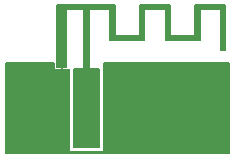
<source format=gbr>
G04 #@! TF.FileFunction,Copper,L1,Top,Signal*
%FSLAX46Y46*%
G04 Gerber Fmt 4.6, Leading zero omitted, Abs format (unit mm)*
G04 Created by KiCad (PCBNEW 4.0.5) date 02/24/17 14:00:16*
%MOMM*%
%LPD*%
G01*
G04 APERTURE LIST*
%ADD10C,0.025400*%
%ADD11R,2.290000X5.080000*%
%ADD12R,2.420000X5.080000*%
%ADD13C,0.970000*%
%ADD14R,0.460000X0.890000*%
%ADD15C,0.304800*%
%ADD16C,0.127000*%
G04 APERTURE END LIST*
D10*
D11*
X6858000Y3042500D03*
D12*
X2478000Y3042500D03*
X11238000Y3042500D03*
D13*
X2478000Y6482500D03*
X11238000Y6482500D03*
D14*
X2478000Y6032500D03*
X11238000Y6032500D03*
D15*
X18478500Y7378700D03*
X17589500Y7378700D03*
X16700500Y7378700D03*
X15811500Y7378700D03*
X14922500Y7378700D03*
X14033500Y7378700D03*
X13144500Y7378700D03*
X12255500Y7378700D03*
X11366500Y7378700D03*
X10477500Y7378700D03*
X9588500Y7378700D03*
X8699500Y6489700D03*
X8699500Y7378700D03*
X4762500Y7569200D03*
D16*
X9258300Y12661900D02*
X4381500Y12661900D01*
X13931900Y12661900D02*
X11366500Y12661900D01*
X18605500Y12661900D02*
X16040100Y12661900D01*
X9258300Y12585700D02*
X4381500Y12585700D01*
X13931900Y12585700D02*
X11366500Y12585700D01*
X18605500Y12585700D02*
X16040100Y12585700D01*
X9258300Y12509500D02*
X4381500Y12509500D01*
X13931900Y12509500D02*
X11366500Y12509500D01*
X18605500Y12509500D02*
X16040100Y12509500D01*
X9258300Y12433300D02*
X4381500Y12433300D01*
X13931900Y12433300D02*
X11366500Y12433300D01*
X18605500Y12433300D02*
X16040100Y12433300D01*
X9258300Y12357100D02*
X4381500Y12357100D01*
X13931900Y12357100D02*
X11366500Y12357100D01*
X18605500Y12357100D02*
X16040100Y12357100D01*
X5207000Y12280900D02*
X4381500Y12280900D01*
X7112000Y12280900D02*
X6604000Y12280900D01*
X9258300Y12280900D02*
X8813800Y12280900D01*
X11811000Y12280900D02*
X11366500Y12280900D01*
X13931900Y12280900D02*
X13487400Y12280900D01*
X16484600Y12280900D02*
X16040100Y12280900D01*
X18605500Y12280900D02*
X18161000Y12280900D01*
X5143500Y12204700D02*
X4381500Y12204700D01*
X7048500Y12204700D02*
X6667500Y12204700D01*
X9258300Y12204700D02*
X8877300Y12204700D01*
X11747500Y12204700D02*
X11366500Y12204700D01*
X13931900Y12204700D02*
X13550900Y12204700D01*
X16421100Y12204700D02*
X16040100Y12204700D01*
X18605500Y12204700D02*
X18224500Y12204700D01*
X5143500Y12128500D02*
X4381500Y12128500D01*
X7048500Y12128500D02*
X6667500Y12128500D01*
X9258300Y12128500D02*
X8877300Y12128500D01*
X11747500Y12128500D02*
X11366500Y12128500D01*
X13931900Y12128500D02*
X13550900Y12128500D01*
X16421100Y12128500D02*
X16040100Y12128500D01*
X18605500Y12128500D02*
X18224500Y12128500D01*
X5143500Y12052300D02*
X4381500Y12052300D01*
X7048500Y12052300D02*
X6667500Y12052300D01*
X9258300Y12052300D02*
X8877300Y12052300D01*
X11747500Y12052300D02*
X11366500Y12052300D01*
X13931900Y12052300D02*
X13550900Y12052300D01*
X16421100Y12052300D02*
X16040100Y12052300D01*
X18605500Y12052300D02*
X18224500Y12052300D01*
X5143500Y11976100D02*
X4381500Y11976100D01*
X7048500Y11976100D02*
X6667500Y11976100D01*
X9258300Y11976100D02*
X8877300Y11976100D01*
X11747500Y11976100D02*
X11366500Y11976100D01*
X13931900Y11976100D02*
X13550900Y11976100D01*
X16421100Y11976100D02*
X16040100Y11976100D01*
X18605500Y11976100D02*
X18224500Y11976100D01*
X5143500Y11899900D02*
X4381500Y11899900D01*
X7048500Y11899900D02*
X6667500Y11899900D01*
X9258300Y11899900D02*
X8877300Y11899900D01*
X11747500Y11899900D02*
X11366500Y11899900D01*
X13931900Y11899900D02*
X13550900Y11899900D01*
X16421100Y11899900D02*
X16040100Y11899900D01*
X18605500Y11899900D02*
X18224500Y11899900D01*
X5143500Y11823700D02*
X4381500Y11823700D01*
X7048500Y11823700D02*
X6667500Y11823700D01*
X9258300Y11823700D02*
X8877300Y11823700D01*
X11747500Y11823700D02*
X11366500Y11823700D01*
X13931900Y11823700D02*
X13550900Y11823700D01*
X16421100Y11823700D02*
X16040100Y11823700D01*
X18605500Y11823700D02*
X18224500Y11823700D01*
X5143500Y11747500D02*
X4381500Y11747500D01*
X7048500Y11747500D02*
X6667500Y11747500D01*
X9258300Y11747500D02*
X8877300Y11747500D01*
X11747500Y11747500D02*
X11366500Y11747500D01*
X13931900Y11747500D02*
X13550900Y11747500D01*
X16421100Y11747500D02*
X16040100Y11747500D01*
X18605500Y11747500D02*
X18224500Y11747500D01*
X5143500Y11671300D02*
X4381500Y11671300D01*
X7048500Y11671300D02*
X6667500Y11671300D01*
X9258300Y11671300D02*
X8877300Y11671300D01*
X11747500Y11671300D02*
X11366500Y11671300D01*
X13931900Y11671300D02*
X13550900Y11671300D01*
X16421100Y11671300D02*
X16040100Y11671300D01*
X18605500Y11671300D02*
X18224500Y11671300D01*
X5143500Y11595100D02*
X4381500Y11595100D01*
X7048500Y11595100D02*
X6667500Y11595100D01*
X9258300Y11595100D02*
X8877300Y11595100D01*
X11747500Y11595100D02*
X11366500Y11595100D01*
X13931900Y11595100D02*
X13550900Y11595100D01*
X16421100Y11595100D02*
X16040100Y11595100D01*
X18605500Y11595100D02*
X18224500Y11595100D01*
X5143500Y11518900D02*
X4381500Y11518900D01*
X7048500Y11518900D02*
X6667500Y11518900D01*
X9258300Y11518900D02*
X8877300Y11518900D01*
X11747500Y11518900D02*
X11366500Y11518900D01*
X13931900Y11518900D02*
X13550900Y11518900D01*
X16421100Y11518900D02*
X16040100Y11518900D01*
X18605500Y11518900D02*
X18224500Y11518900D01*
X5143500Y11442700D02*
X4381500Y11442700D01*
X7048500Y11442700D02*
X6667500Y11442700D01*
X9258300Y11442700D02*
X8877300Y11442700D01*
X11747500Y11442700D02*
X11366500Y11442700D01*
X13931900Y11442700D02*
X13550900Y11442700D01*
X16421100Y11442700D02*
X16040100Y11442700D01*
X18605500Y11442700D02*
X18224500Y11442700D01*
X5143500Y11366500D02*
X4381500Y11366500D01*
X7048500Y11366500D02*
X6667500Y11366500D01*
X9258300Y11366500D02*
X8877300Y11366500D01*
X11747500Y11366500D02*
X11366500Y11366500D01*
X13931900Y11366500D02*
X13550900Y11366500D01*
X16421100Y11366500D02*
X16040100Y11366500D01*
X18605500Y11366500D02*
X18224500Y11366500D01*
X5143500Y11290300D02*
X4381500Y11290300D01*
X7048500Y11290300D02*
X6667500Y11290300D01*
X9258300Y11290300D02*
X8877300Y11290300D01*
X11747500Y11290300D02*
X11366500Y11290300D01*
X13931900Y11290300D02*
X13550900Y11290300D01*
X16421100Y11290300D02*
X16040100Y11290300D01*
X18605500Y11290300D02*
X18224500Y11290300D01*
X5143500Y11214100D02*
X4381500Y11214100D01*
X7048500Y11214100D02*
X6667500Y11214100D01*
X9258300Y11214100D02*
X8877300Y11214100D01*
X11747500Y11214100D02*
X11366500Y11214100D01*
X13931900Y11214100D02*
X13550900Y11214100D01*
X16421100Y11214100D02*
X16040100Y11214100D01*
X18605500Y11214100D02*
X18224500Y11214100D01*
X5143500Y11137900D02*
X4381500Y11137900D01*
X7048500Y11137900D02*
X6667500Y11137900D01*
X9258300Y11137900D02*
X8877300Y11137900D01*
X11747500Y11137900D02*
X11366500Y11137900D01*
X13931900Y11137900D02*
X13550900Y11137900D01*
X16421100Y11137900D02*
X16040100Y11137900D01*
X18605500Y11137900D02*
X18224500Y11137900D01*
X5143500Y11061700D02*
X4381500Y11061700D01*
X7048500Y11061700D02*
X6667500Y11061700D01*
X9258300Y11061700D02*
X8877300Y11061700D01*
X11747500Y11061700D02*
X11366500Y11061700D01*
X13931900Y11061700D02*
X13550900Y11061700D01*
X16421100Y11061700D02*
X16040100Y11061700D01*
X18605500Y11061700D02*
X18224500Y11061700D01*
X5143500Y10985500D02*
X4381500Y10985500D01*
X7048500Y10985500D02*
X6667500Y10985500D01*
X9258300Y10985500D02*
X8877300Y10985500D01*
X11747500Y10985500D02*
X11366500Y10985500D01*
X13931900Y10985500D02*
X13550900Y10985500D01*
X16421100Y10985500D02*
X16040100Y10985500D01*
X18605500Y10985500D02*
X18224500Y10985500D01*
X5143500Y10909300D02*
X4381500Y10909300D01*
X7048500Y10909300D02*
X6667500Y10909300D01*
X9258300Y10909300D02*
X8877300Y10909300D01*
X11747500Y10909300D02*
X11366500Y10909300D01*
X13931900Y10909300D02*
X13550900Y10909300D01*
X16421100Y10909300D02*
X16040100Y10909300D01*
X18605500Y10909300D02*
X18224500Y10909300D01*
X5143500Y10833100D02*
X4381500Y10833100D01*
X7048500Y10833100D02*
X6667500Y10833100D01*
X9258300Y10833100D02*
X8877300Y10833100D01*
X11747500Y10833100D02*
X11366500Y10833100D01*
X13931900Y10833100D02*
X13550900Y10833100D01*
X16421100Y10833100D02*
X16040100Y10833100D01*
X18605500Y10833100D02*
X18224500Y10833100D01*
X5143500Y10756900D02*
X4381500Y10756900D01*
X7048500Y10756900D02*
X6667500Y10756900D01*
X9258300Y10756900D02*
X8877300Y10756900D01*
X11747500Y10756900D02*
X11366500Y10756900D01*
X13931900Y10756900D02*
X13550900Y10756900D01*
X16421100Y10756900D02*
X16040100Y10756900D01*
X18605500Y10756900D02*
X18224500Y10756900D01*
X5143500Y10680700D02*
X4381500Y10680700D01*
X7048500Y10680700D02*
X6667500Y10680700D01*
X9258300Y10680700D02*
X8877300Y10680700D01*
X11747500Y10680700D02*
X11366500Y10680700D01*
X13931900Y10680700D02*
X13550900Y10680700D01*
X16421100Y10680700D02*
X16040100Y10680700D01*
X18605500Y10680700D02*
X18224500Y10680700D01*
X5143500Y10604500D02*
X4381500Y10604500D01*
X7048500Y10604500D02*
X6667500Y10604500D01*
X9258300Y10604500D02*
X8877300Y10604500D01*
X11747500Y10604500D02*
X11366500Y10604500D01*
X13931900Y10604500D02*
X13550900Y10604500D01*
X16421100Y10604500D02*
X16040100Y10604500D01*
X18605500Y10604500D02*
X18224500Y10604500D01*
X5143500Y10528300D02*
X4381500Y10528300D01*
X7048500Y10528300D02*
X6667500Y10528300D01*
X9258300Y10528300D02*
X8877300Y10528300D01*
X11747500Y10528300D02*
X11366500Y10528300D01*
X13931900Y10528300D02*
X13550900Y10528300D01*
X16421100Y10528300D02*
X16040100Y10528300D01*
X18605500Y10528300D02*
X18224500Y10528300D01*
X5143500Y10452100D02*
X4381500Y10452100D01*
X7048500Y10452100D02*
X6667500Y10452100D01*
X9258300Y10452100D02*
X8877300Y10452100D01*
X11747500Y10452100D02*
X11366500Y10452100D01*
X13931900Y10452100D02*
X13550900Y10452100D01*
X16421100Y10452100D02*
X16040100Y10452100D01*
X18605500Y10452100D02*
X18224500Y10452100D01*
X5143500Y10375900D02*
X4381500Y10375900D01*
X7048500Y10375900D02*
X6667500Y10375900D01*
X9258300Y10375900D02*
X8877300Y10375900D01*
X11747500Y10375900D02*
X11366500Y10375900D01*
X13931900Y10375900D02*
X13550900Y10375900D01*
X16421100Y10375900D02*
X16040100Y10375900D01*
X18605500Y10375900D02*
X18224500Y10375900D01*
X5143500Y10299700D02*
X4381500Y10299700D01*
X7048500Y10299700D02*
X6667500Y10299700D01*
X9258300Y10299700D02*
X8877300Y10299700D01*
X11747500Y10299700D02*
X11366500Y10299700D01*
X13931900Y10299700D02*
X13550900Y10299700D01*
X16421100Y10299700D02*
X16040100Y10299700D01*
X18605500Y10299700D02*
X18224500Y10299700D01*
X5143500Y10223500D02*
X4381500Y10223500D01*
X7048500Y10223500D02*
X6667500Y10223500D01*
X9258300Y10223500D02*
X8877300Y10223500D01*
X11747500Y10223500D02*
X11366500Y10223500D01*
X13931900Y10223500D02*
X13550900Y10223500D01*
X16421100Y10223500D02*
X16040100Y10223500D01*
X18605500Y10223500D02*
X18224500Y10223500D01*
X5143500Y10147300D02*
X4381500Y10147300D01*
X7048500Y10147300D02*
X6667500Y10147300D01*
X9258300Y10147300D02*
X8877300Y10147300D01*
X11747500Y10147300D02*
X11366500Y10147300D01*
X13931900Y10147300D02*
X13550900Y10147300D01*
X16421100Y10147300D02*
X16040100Y10147300D01*
X18605500Y10147300D02*
X18224500Y10147300D01*
X5143500Y10071100D02*
X4381500Y10071100D01*
X7048500Y10071100D02*
X6667500Y10071100D01*
X9260871Y10071100D02*
X8877300Y10071100D01*
X11747500Y10071100D02*
X11364110Y10071100D01*
X13934471Y10071100D02*
X13550900Y10071100D01*
X16421100Y10071100D02*
X16037710Y10071100D01*
X18605500Y10071100D02*
X18224500Y10071100D01*
X5143500Y9994900D02*
X4381500Y9994900D01*
X7048500Y9994900D02*
X6667500Y9994900D01*
X11747500Y9994900D02*
X8877300Y9994900D01*
X16421100Y9994900D02*
X13550900Y9994900D01*
X18605500Y9994900D02*
X18224500Y9994900D01*
X5143500Y9918700D02*
X4381500Y9918700D01*
X7048500Y9918700D02*
X6667500Y9918700D01*
X11747500Y9918700D02*
X8877300Y9918700D01*
X16421100Y9918700D02*
X13550900Y9918700D01*
X18605500Y9918700D02*
X18224500Y9918700D01*
X5143500Y9842500D02*
X4381500Y9842500D01*
X7048500Y9842500D02*
X6667500Y9842500D01*
X11747500Y9842500D02*
X8877300Y9842500D01*
X16421100Y9842500D02*
X13550900Y9842500D01*
X18605500Y9842500D02*
X18224500Y9842500D01*
X5143500Y9766300D02*
X4381500Y9766300D01*
X7048500Y9766300D02*
X6667500Y9766300D01*
X11747500Y9766300D02*
X8877300Y9766300D01*
X16421100Y9766300D02*
X13550900Y9766300D01*
X18605500Y9766300D02*
X18224500Y9766300D01*
X5143500Y9690100D02*
X4381500Y9690100D01*
X7048500Y9690100D02*
X6667500Y9690100D01*
X11747500Y9690100D02*
X8877300Y9690100D01*
X16421100Y9690100D02*
X13550900Y9690100D01*
X18605500Y9690100D02*
X18224500Y9690100D01*
X5143500Y9613900D02*
X4381500Y9613900D01*
X7048500Y9613900D02*
X6667500Y9613900D01*
X18605500Y9613900D02*
X18224500Y9613900D01*
X5143500Y9537700D02*
X4381500Y9537700D01*
X7048500Y9537700D02*
X6667500Y9537700D01*
X18605500Y9537700D02*
X18224500Y9537700D01*
X5143500Y9461500D02*
X4381500Y9461500D01*
X7048500Y9461500D02*
X6667500Y9461500D01*
X18605500Y9461500D02*
X18224500Y9461500D01*
X5143500Y9385300D02*
X4381500Y9385300D01*
X7048500Y9385300D02*
X6667500Y9385300D01*
X18605500Y9385300D02*
X18224500Y9385300D01*
X5143500Y9309100D02*
X4381500Y9309100D01*
X7048500Y9309100D02*
X6667500Y9309100D01*
X18605500Y9309100D02*
X18224500Y9309100D01*
X5143500Y9232900D02*
X4381500Y9232900D01*
X7048500Y9232900D02*
X6667500Y9232900D01*
X18605500Y9232900D02*
X18224500Y9232900D01*
X5143500Y9156700D02*
X4381500Y9156700D01*
X7048500Y9156700D02*
X6667500Y9156700D01*
X18605500Y9156700D02*
X18224500Y9156700D01*
X5143500Y9080500D02*
X4381500Y9080500D01*
X7048500Y9080500D02*
X6667500Y9080500D01*
X18605500Y9080500D02*
X18224500Y9080500D01*
X5143500Y9004300D02*
X4381500Y9004300D01*
X7048500Y9004300D02*
X6667500Y9004300D01*
X18605500Y9004300D02*
X18224500Y9004300D01*
X5143500Y8928100D02*
X4381500Y8928100D01*
X7048500Y8928100D02*
X6667500Y8928100D01*
X18605500Y8928100D02*
X18224500Y8928100D01*
X5143500Y8851900D02*
X4381500Y8851900D01*
X7048500Y8851900D02*
X6667500Y8851900D01*
X5143500Y8775700D02*
X4381500Y8775700D01*
X7048500Y8775700D02*
X6667500Y8775700D01*
X5143500Y8699500D02*
X4381500Y8699500D01*
X7048500Y8699500D02*
X6667500Y8699500D01*
X5143500Y8623300D02*
X4381500Y8623300D01*
X7048500Y8623300D02*
X6667500Y8623300D01*
X5143500Y8547100D02*
X4381500Y8547100D01*
X7048500Y8547100D02*
X6667500Y8547100D01*
X5143500Y8470900D02*
X4381500Y8470900D01*
X7048500Y8470900D02*
X6667500Y8470900D01*
X5143500Y8394700D02*
X4381500Y8394700D01*
X7048500Y8394700D02*
X6667500Y8394700D01*
X5143500Y8318500D02*
X4381500Y8318500D01*
X7048500Y8318500D02*
X6667500Y8318500D01*
X5143500Y8242300D02*
X4381500Y8242300D01*
X7048500Y8242300D02*
X6667500Y8242300D01*
X5143500Y8166100D02*
X4381500Y8166100D01*
X7048500Y8166100D02*
X6667500Y8166100D01*
X5143500Y8089900D02*
X4381500Y8089900D01*
X7048500Y8089900D02*
X6667500Y8089900D01*
X5143500Y8013700D02*
X4381500Y8013700D01*
X7048500Y8013700D02*
X6667500Y8013700D01*
X5143500Y7937500D02*
X4381500Y7937500D01*
X7048500Y7937500D02*
X6667500Y7937500D01*
X5143500Y7861300D02*
X4381500Y7861300D01*
X7048500Y7861300D02*
X6667500Y7861300D01*
X5143500Y7785100D02*
X4381500Y7785100D01*
X7048500Y7785100D02*
X6667500Y7785100D01*
X4127500Y7708900D02*
X63500Y7708900D01*
X5143500Y7708900D02*
X4381500Y7708900D01*
X7048500Y7708900D02*
X6667500Y7708900D01*
X18910300Y7708900D02*
X8318500Y7708900D01*
X4127500Y7632700D02*
X63500Y7632700D01*
X5143500Y7632700D02*
X4381500Y7632700D01*
X7048500Y7632700D02*
X6667500Y7632700D01*
X18910300Y7632700D02*
X8318500Y7632700D01*
X4127500Y7556500D02*
X63500Y7556500D01*
X5143500Y7556500D02*
X4381500Y7556500D01*
X7048500Y7556500D02*
X6667500Y7556500D01*
X18910300Y7556500D02*
X8318500Y7556500D01*
X4127500Y7480300D02*
X63500Y7480300D01*
X5143500Y7480300D02*
X4381500Y7480300D01*
X7048500Y7480300D02*
X6667500Y7480300D01*
X18910300Y7480300D02*
X8318500Y7480300D01*
X4127500Y7404100D02*
X63500Y7404100D01*
X5143500Y7404100D02*
X4381500Y7404100D01*
X7048500Y7404100D02*
X6667500Y7404100D01*
X18910300Y7404100D02*
X8318500Y7404100D01*
X4127500Y7327900D02*
X63500Y7327900D01*
X4777590Y7327900D02*
X4747229Y7327900D01*
X7048500Y7327900D02*
X6667500Y7327900D01*
X18910300Y7327900D02*
X8318500Y7327900D01*
X4127500Y7251700D02*
X63500Y7251700D01*
X4775200Y7251700D02*
X4749800Y7251700D01*
X7937500Y7251700D02*
X5778500Y7251700D01*
X18910300Y7251700D02*
X8318500Y7251700D01*
X4130071Y7175500D02*
X63500Y7175500D01*
X4777771Y7175500D02*
X4747410Y7175500D01*
X5397500Y7175500D02*
X5395110Y7175500D01*
X7937500Y7175500D02*
X5778500Y7175500D01*
X18910300Y7175500D02*
X8318500Y7175500D01*
X5397500Y7099300D02*
X63500Y7099300D01*
X7937500Y7099300D02*
X5778500Y7099300D01*
X18910300Y7099300D02*
X8318500Y7099300D01*
X5397500Y7023100D02*
X63500Y7023100D01*
X7937500Y7023100D02*
X5778500Y7023100D01*
X18910300Y7023100D02*
X8318500Y7023100D01*
X5397500Y6946900D02*
X63500Y6946900D01*
X7937500Y6946900D02*
X5778500Y6946900D01*
X18910300Y6946900D02*
X8318500Y6946900D01*
X5397500Y6870700D02*
X63500Y6870700D01*
X7937500Y6870700D02*
X5778500Y6870700D01*
X18910300Y6870700D02*
X8318500Y6870700D01*
X5397500Y6794500D02*
X63500Y6794500D01*
X7937500Y6794500D02*
X5778500Y6794500D01*
X18910300Y6794500D02*
X8318500Y6794500D01*
X5397500Y6718300D02*
X63500Y6718300D01*
X7937500Y6718300D02*
X5778500Y6718300D01*
X18910300Y6718300D02*
X8318500Y6718300D01*
X5397500Y6642100D02*
X63500Y6642100D01*
X7937500Y6642100D02*
X5778500Y6642100D01*
X18910300Y6642100D02*
X8318500Y6642100D01*
X5397500Y6565900D02*
X63500Y6565900D01*
X7937500Y6565900D02*
X5778500Y6565900D01*
X18910300Y6565900D02*
X8318500Y6565900D01*
X5397500Y6489700D02*
X63500Y6489700D01*
X7937500Y6489700D02*
X5778500Y6489700D01*
X18910300Y6489700D02*
X8318500Y6489700D01*
X5397500Y6413500D02*
X63500Y6413500D01*
X7937500Y6413500D02*
X5778500Y6413500D01*
X18910300Y6413500D02*
X8318500Y6413500D01*
X5397500Y6337300D02*
X63500Y6337300D01*
X7937500Y6337300D02*
X5778500Y6337300D01*
X18910300Y6337300D02*
X8318500Y6337300D01*
X5397500Y6261100D02*
X63500Y6261100D01*
X7937500Y6261100D02*
X5778500Y6261100D01*
X18910300Y6261100D02*
X8318500Y6261100D01*
X5397500Y6184900D02*
X63500Y6184900D01*
X7937500Y6184900D02*
X5778500Y6184900D01*
X18910300Y6184900D02*
X8318500Y6184900D01*
X5397500Y6108700D02*
X63500Y6108700D01*
X7937500Y6108700D02*
X5778500Y6108700D01*
X18910300Y6108700D02*
X8318500Y6108700D01*
X5397500Y6032500D02*
X63500Y6032500D01*
X7937500Y6032500D02*
X5778500Y6032500D01*
X18910300Y6032500D02*
X8318500Y6032500D01*
X5397500Y5956300D02*
X63500Y5956300D01*
X7937500Y5956300D02*
X5778500Y5956300D01*
X18910300Y5956300D02*
X8318500Y5956300D01*
X5397500Y5880100D02*
X63500Y5880100D01*
X7937500Y5880100D02*
X5778500Y5880100D01*
X18910300Y5880100D02*
X8318500Y5880100D01*
X5397500Y5803900D02*
X63500Y5803900D01*
X7937500Y5803900D02*
X5778500Y5803900D01*
X18910300Y5803900D02*
X8318500Y5803900D01*
X5397500Y5727700D02*
X63500Y5727700D01*
X7937500Y5727700D02*
X5778500Y5727700D01*
X18910300Y5727700D02*
X8318500Y5727700D01*
X5397500Y5651500D02*
X63500Y5651500D01*
X7937500Y5651500D02*
X5778500Y5651500D01*
X18910300Y5651500D02*
X8318500Y5651500D01*
X5397500Y5575300D02*
X63500Y5575300D01*
X7937500Y5575300D02*
X5778500Y5575300D01*
X18910300Y5575300D02*
X8318500Y5575300D01*
X5397500Y5499100D02*
X63500Y5499100D01*
X7937500Y5499100D02*
X5778500Y5499100D01*
X18910300Y5499100D02*
X8318500Y5499100D01*
X5397500Y5422900D02*
X63500Y5422900D01*
X7937500Y5422900D02*
X5778500Y5422900D01*
X18910300Y5422900D02*
X8318500Y5422900D01*
X5397500Y5346700D02*
X63500Y5346700D01*
X7937500Y5346700D02*
X5778500Y5346700D01*
X18910300Y5346700D02*
X8318500Y5346700D01*
X5397500Y5270500D02*
X63500Y5270500D01*
X7937500Y5270500D02*
X5778500Y5270500D01*
X18910300Y5270500D02*
X8318500Y5270500D01*
X5397500Y5194300D02*
X63500Y5194300D01*
X7937500Y5194300D02*
X5778500Y5194300D01*
X18910300Y5194300D02*
X8318500Y5194300D01*
X5397500Y5118100D02*
X63500Y5118100D01*
X7937500Y5118100D02*
X5778500Y5118100D01*
X18910300Y5118100D02*
X8318500Y5118100D01*
X5397500Y5041900D02*
X63500Y5041900D01*
X7937500Y5041900D02*
X5778500Y5041900D01*
X18910300Y5041900D02*
X8318500Y5041900D01*
X5397500Y4965700D02*
X63500Y4965700D01*
X7937500Y4965700D02*
X5778500Y4965700D01*
X18910300Y4965700D02*
X8318500Y4965700D01*
X5397500Y4889500D02*
X63500Y4889500D01*
X7937500Y4889500D02*
X5778500Y4889500D01*
X18910300Y4889500D02*
X8318500Y4889500D01*
X5397500Y4813300D02*
X63500Y4813300D01*
X7937500Y4813300D02*
X5778500Y4813300D01*
X18910300Y4813300D02*
X8318500Y4813300D01*
X5397500Y4737100D02*
X63500Y4737100D01*
X7937500Y4737100D02*
X5778500Y4737100D01*
X18910300Y4737100D02*
X8318500Y4737100D01*
X5397500Y4660900D02*
X63500Y4660900D01*
X7937500Y4660900D02*
X5778500Y4660900D01*
X18910300Y4660900D02*
X8318500Y4660900D01*
X5397500Y4584700D02*
X63500Y4584700D01*
X7937500Y4584700D02*
X5778500Y4584700D01*
X18910300Y4584700D02*
X8318500Y4584700D01*
X5397500Y4508500D02*
X63500Y4508500D01*
X7937500Y4508500D02*
X5778500Y4508500D01*
X18910300Y4508500D02*
X8318500Y4508500D01*
X5397500Y4432300D02*
X63500Y4432300D01*
X7937500Y4432300D02*
X5778500Y4432300D01*
X18910300Y4432300D02*
X8318500Y4432300D01*
X5397500Y4356100D02*
X63500Y4356100D01*
X7937500Y4356100D02*
X5778500Y4356100D01*
X18910300Y4356100D02*
X8318500Y4356100D01*
X5397500Y4279900D02*
X63500Y4279900D01*
X7937500Y4279900D02*
X5778500Y4279900D01*
X18910300Y4279900D02*
X8318500Y4279900D01*
X5397500Y4203700D02*
X63500Y4203700D01*
X7937500Y4203700D02*
X5778500Y4203700D01*
X18910300Y4203700D02*
X8318500Y4203700D01*
X5397500Y4127500D02*
X63500Y4127500D01*
X7937500Y4127500D02*
X5778500Y4127500D01*
X18910300Y4127500D02*
X8318500Y4127500D01*
X5397500Y4051300D02*
X63500Y4051300D01*
X7937500Y4051300D02*
X5778500Y4051300D01*
X18910300Y4051300D02*
X8318500Y4051300D01*
X5397500Y3975100D02*
X63500Y3975100D01*
X7937500Y3975100D02*
X5778500Y3975100D01*
X18910300Y3975100D02*
X8318500Y3975100D01*
X5397500Y3898900D02*
X63500Y3898900D01*
X7937500Y3898900D02*
X5778500Y3898900D01*
X18910300Y3898900D02*
X8318500Y3898900D01*
X5397500Y3822700D02*
X63500Y3822700D01*
X7937500Y3822700D02*
X5778500Y3822700D01*
X18910300Y3822700D02*
X8318500Y3822700D01*
X5397500Y3746500D02*
X63500Y3746500D01*
X7937500Y3746500D02*
X5778500Y3746500D01*
X18910300Y3746500D02*
X8318500Y3746500D01*
X5397500Y3670300D02*
X63500Y3670300D01*
X7937500Y3670300D02*
X5778500Y3670300D01*
X18910300Y3670300D02*
X8318500Y3670300D01*
X5397500Y3594100D02*
X63500Y3594100D01*
X7937500Y3594100D02*
X5778500Y3594100D01*
X18910300Y3594100D02*
X8318500Y3594100D01*
X5397500Y3517900D02*
X63500Y3517900D01*
X7937500Y3517900D02*
X5778500Y3517900D01*
X18910300Y3517900D02*
X8318500Y3517900D01*
X5397500Y3441700D02*
X63500Y3441700D01*
X7937500Y3441700D02*
X5778500Y3441700D01*
X18910300Y3441700D02*
X8318500Y3441700D01*
X5397500Y3365500D02*
X63500Y3365500D01*
X7937500Y3365500D02*
X5778500Y3365500D01*
X18910300Y3365500D02*
X8318500Y3365500D01*
X5397500Y3289300D02*
X63500Y3289300D01*
X7937500Y3289300D02*
X5778500Y3289300D01*
X18910300Y3289300D02*
X8318500Y3289300D01*
X5397500Y3213100D02*
X63500Y3213100D01*
X7937500Y3213100D02*
X5778500Y3213100D01*
X18910300Y3213100D02*
X8318500Y3213100D01*
X5397500Y3136900D02*
X63500Y3136900D01*
X7937500Y3136900D02*
X5778500Y3136900D01*
X18910300Y3136900D02*
X8318500Y3136900D01*
X5397500Y3060700D02*
X63500Y3060700D01*
X7937500Y3060700D02*
X5778500Y3060700D01*
X18910300Y3060700D02*
X8318500Y3060700D01*
X5397500Y2984500D02*
X63500Y2984500D01*
X7937500Y2984500D02*
X5778500Y2984500D01*
X18910300Y2984500D02*
X8318500Y2984500D01*
X5397500Y2908300D02*
X63500Y2908300D01*
X7937500Y2908300D02*
X5778500Y2908300D01*
X18910300Y2908300D02*
X8318500Y2908300D01*
X5397500Y2832100D02*
X63500Y2832100D01*
X7937500Y2832100D02*
X5778500Y2832100D01*
X18910300Y2832100D02*
X8318500Y2832100D01*
X5397500Y2755900D02*
X63500Y2755900D01*
X7937500Y2755900D02*
X5778500Y2755900D01*
X18910300Y2755900D02*
X8318500Y2755900D01*
X5397500Y2679700D02*
X63500Y2679700D01*
X7937500Y2679700D02*
X5778500Y2679700D01*
X18910300Y2679700D02*
X8318500Y2679700D01*
X5397500Y2603500D02*
X63500Y2603500D01*
X7937500Y2603500D02*
X5778500Y2603500D01*
X18910300Y2603500D02*
X8318500Y2603500D01*
X5397500Y2527300D02*
X63500Y2527300D01*
X7937500Y2527300D02*
X5778500Y2527300D01*
X18910300Y2527300D02*
X8318500Y2527300D01*
X5397500Y2451100D02*
X63500Y2451100D01*
X7937500Y2451100D02*
X5778500Y2451100D01*
X18910300Y2451100D02*
X8318500Y2451100D01*
X5397500Y2374900D02*
X63500Y2374900D01*
X7937500Y2374900D02*
X5778500Y2374900D01*
X18910300Y2374900D02*
X8318500Y2374900D01*
X5397500Y2298700D02*
X63500Y2298700D01*
X7937500Y2298700D02*
X5778500Y2298700D01*
X18910300Y2298700D02*
X8318500Y2298700D01*
X5397500Y2222500D02*
X63500Y2222500D01*
X7937500Y2222500D02*
X5778500Y2222500D01*
X18910300Y2222500D02*
X8318500Y2222500D01*
X5397500Y2146300D02*
X63500Y2146300D01*
X7937500Y2146300D02*
X5778500Y2146300D01*
X18910300Y2146300D02*
X8318500Y2146300D01*
X5397500Y2070100D02*
X63500Y2070100D01*
X7937500Y2070100D02*
X5778500Y2070100D01*
X18910300Y2070100D02*
X8318500Y2070100D01*
X5397500Y1993900D02*
X63500Y1993900D01*
X7937500Y1993900D02*
X5778500Y1993900D01*
X18910300Y1993900D02*
X8318500Y1993900D01*
X5397500Y1917700D02*
X63500Y1917700D01*
X7937500Y1917700D02*
X5778500Y1917700D01*
X18910300Y1917700D02*
X8318500Y1917700D01*
X5397500Y1841500D02*
X63500Y1841500D01*
X7937500Y1841500D02*
X5778500Y1841500D01*
X18910300Y1841500D02*
X8318500Y1841500D01*
X5397500Y1765300D02*
X63500Y1765300D01*
X7937500Y1765300D02*
X5778500Y1765300D01*
X18910300Y1765300D02*
X8318500Y1765300D01*
X5397500Y1689100D02*
X63500Y1689100D01*
X7937500Y1689100D02*
X5778500Y1689100D01*
X18910300Y1689100D02*
X8318500Y1689100D01*
X5397500Y1612900D02*
X63500Y1612900D01*
X7937500Y1612900D02*
X5778500Y1612900D01*
X18910300Y1612900D02*
X8318500Y1612900D01*
X5397500Y1536700D02*
X63500Y1536700D01*
X7937500Y1536700D02*
X5778500Y1536700D01*
X18910300Y1536700D02*
X8318500Y1536700D01*
X5397500Y1460500D02*
X63500Y1460500D01*
X7937500Y1460500D02*
X5778500Y1460500D01*
X18910300Y1460500D02*
X8318500Y1460500D01*
X5397500Y1384300D02*
X63500Y1384300D01*
X7937500Y1384300D02*
X5778500Y1384300D01*
X18910300Y1384300D02*
X8318500Y1384300D01*
X5397500Y1308100D02*
X63500Y1308100D01*
X7937500Y1308100D02*
X5778500Y1308100D01*
X18910300Y1308100D02*
X8318500Y1308100D01*
X5397500Y1231900D02*
X63500Y1231900D01*
X7937500Y1231900D02*
X5778500Y1231900D01*
X18910300Y1231900D02*
X8318500Y1231900D01*
X5397500Y1155700D02*
X63500Y1155700D01*
X7937500Y1155700D02*
X5778500Y1155700D01*
X18910300Y1155700D02*
X8318500Y1155700D01*
X5397500Y1079500D02*
X63500Y1079500D01*
X7937500Y1079500D02*
X5778500Y1079500D01*
X18910300Y1079500D02*
X8318500Y1079500D01*
X5397500Y1003300D02*
X63500Y1003300D01*
X7937500Y1003300D02*
X5778500Y1003300D01*
X18910300Y1003300D02*
X8318500Y1003300D01*
X5397500Y927100D02*
X63500Y927100D01*
X7937500Y927100D02*
X5778500Y927100D01*
X18910300Y927100D02*
X8318500Y927100D01*
X5397500Y850900D02*
X63500Y850900D01*
X7937500Y850900D02*
X5778500Y850900D01*
X18910300Y850900D02*
X8318500Y850900D01*
X5397500Y774700D02*
X63500Y774700D01*
X7937500Y774700D02*
X5778500Y774700D01*
X18910300Y774700D02*
X8318500Y774700D01*
X5397500Y698500D02*
X63500Y698500D01*
X7937500Y698500D02*
X5778500Y698500D01*
X18910300Y698500D02*
X8318500Y698500D01*
X5397500Y622300D02*
X63500Y622300D01*
X7937500Y622300D02*
X5778500Y622300D01*
X18910300Y622300D02*
X8318500Y622300D01*
X5397500Y546100D02*
X63500Y546100D01*
X18910300Y546100D02*
X8318500Y546100D01*
X5397500Y469900D02*
X63500Y469900D01*
X18910300Y469900D02*
X8318500Y469900D01*
X5397500Y393700D02*
X63500Y393700D01*
X18910300Y393700D02*
X8318500Y393700D01*
X5397500Y317500D02*
X63500Y317500D01*
X18910300Y317500D02*
X8318500Y317500D01*
X5400071Y241300D02*
X63500Y241300D01*
X18910300Y241300D02*
X8316110Y241300D01*
X18910300Y165100D02*
X63500Y165100D01*
X18910300Y88900D02*
X63500Y88900D01*
X9258300Y10083800D02*
X9263303Y10059095D01*
X9277523Y10038283D01*
X9298720Y10024643D01*
X9321800Y10020300D01*
X11303000Y10020300D01*
X11327705Y10025303D01*
X11348517Y10039523D01*
X11362157Y10060720D01*
X11366500Y10083800D01*
X11366500Y12661900D01*
X13931900Y12661900D01*
X13931900Y10083800D01*
X13936903Y10059095D01*
X13951123Y10038283D01*
X13972320Y10024643D01*
X13995400Y10020300D01*
X15976600Y10020300D01*
X16001305Y10025303D01*
X16022117Y10039523D01*
X16035757Y10060720D01*
X16040100Y10083800D01*
X16040100Y12661900D01*
X18605500Y12661900D01*
X18605500Y8851900D01*
X18224500Y8851900D01*
X18224500Y12217400D01*
X18219497Y12242105D01*
X18205277Y12262917D01*
X18184080Y12276557D01*
X18161000Y12280900D01*
X16484600Y12280900D01*
X16459895Y12275897D01*
X16439083Y12261677D01*
X16425443Y12240480D01*
X16421100Y12217400D01*
X16421100Y9639300D01*
X13550900Y9639300D01*
X13550900Y12217400D01*
X13545897Y12242105D01*
X13531677Y12262917D01*
X13510480Y12276557D01*
X13487400Y12280900D01*
X11811000Y12280900D01*
X11786295Y12275897D01*
X11765483Y12261677D01*
X11751843Y12240480D01*
X11747500Y12217400D01*
X11747500Y9639300D01*
X8877300Y9639300D01*
X8877300Y12217400D01*
X8872297Y12242105D01*
X8858077Y12262917D01*
X8836880Y12276557D01*
X8813800Y12280900D01*
X7112000Y12280900D01*
X7087295Y12275897D01*
X7066483Y12261677D01*
X7052843Y12240480D01*
X7048500Y12217400D01*
X7048500Y7315200D01*
X7053503Y7290495D01*
X7067723Y7269683D01*
X7088920Y7256043D01*
X7112000Y7251700D01*
X7937500Y7251700D01*
X7937500Y571500D01*
X5778500Y571500D01*
X5778500Y7251700D01*
X6604000Y7251700D01*
X6628705Y7256703D01*
X6649517Y7270923D01*
X6663157Y7292120D01*
X6667500Y7315200D01*
X6667500Y12217400D01*
X6662497Y12242105D01*
X6648277Y12262917D01*
X6627080Y12276557D01*
X6604000Y12280900D01*
X5207000Y12280900D01*
X5182295Y12275897D01*
X5161483Y12261677D01*
X5147843Y12240480D01*
X5143500Y12217400D01*
X5143500Y7378700D01*
X4838700Y7378700D01*
X4813995Y7373697D01*
X4793183Y7359477D01*
X4779543Y7338280D01*
X4775200Y7315200D01*
X4775200Y7188200D01*
X4780203Y7163495D01*
X4794423Y7142683D01*
X4815620Y7129043D01*
X4838700Y7124700D01*
X5334000Y7124700D01*
X5358705Y7129703D01*
X5379517Y7143923D01*
X5393157Y7165120D01*
X5397500Y7188200D01*
X5397500Y254000D01*
X5402503Y229295D01*
X5416723Y208483D01*
X5437920Y194843D01*
X5461000Y190500D01*
X8255000Y190500D01*
X8279705Y195503D01*
X8300517Y209723D01*
X8314157Y230920D01*
X8318500Y254000D01*
X8318500Y7759700D01*
X18910300Y7759700D01*
X18910300Y63500D01*
X63500Y63500D01*
X63500Y7759700D01*
X4127500Y7759700D01*
X4127500Y7188200D01*
X4132503Y7163495D01*
X4146723Y7142683D01*
X4167920Y7129043D01*
X4191000Y7124700D01*
X4686300Y7124700D01*
X4711005Y7129703D01*
X4731817Y7143923D01*
X4745457Y7165120D01*
X4749800Y7188200D01*
X4749800Y7315200D01*
X4744797Y7339905D01*
X4730577Y7360717D01*
X4709380Y7374357D01*
X4686300Y7378700D01*
X4381500Y7378700D01*
X4381500Y12661900D01*
X9258300Y12661900D01*
X9258300Y10083800D01*
M02*

</source>
